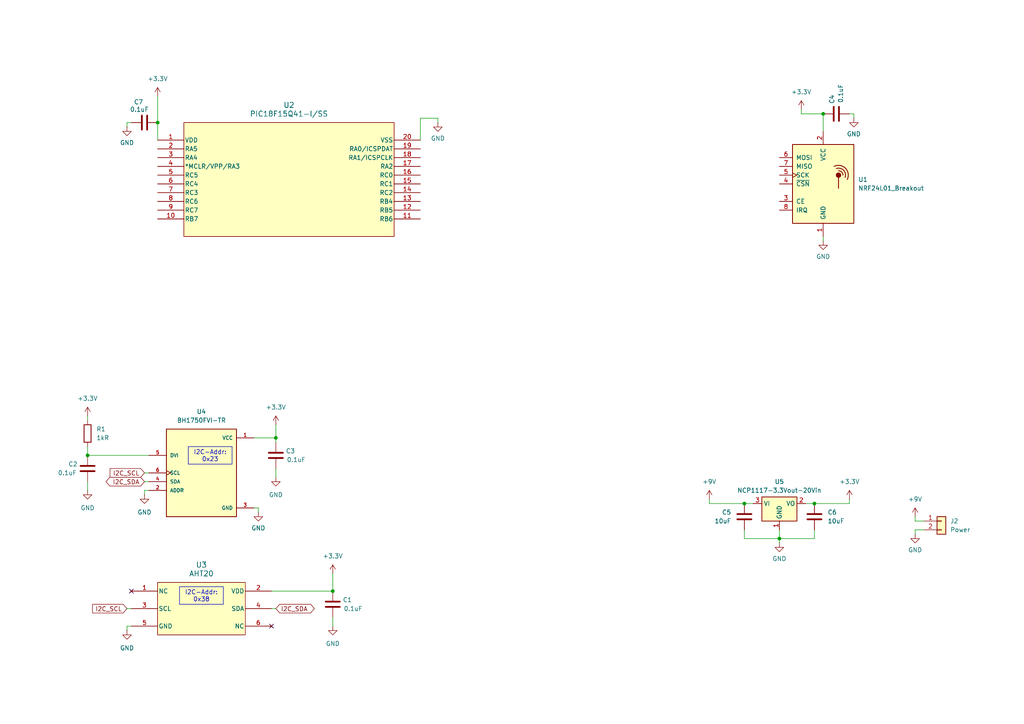
<source format=kicad_sch>
(kicad_sch (version 20231120) (generator "eeschema") (generator_version "8.0")
  (paper "A4")
  (lib_symbols
    (symbol "AHT20:AHT20" (pin_names (offset 0.254))
      (property "Reference" "U3" (at 20.32 10.16 0))
      (property "Value" "AHT20" (at 20.32 7.62 0))
      (symbol "AHT20_0_1"
        (polyline (pts (xy 7.62 -10.16) (xy 33.02 -10.16)) (stroke (width 0.127)))
        (polyline (pts (xy 7.62 5.08) (xy 7.62 -10.16)) (stroke (width 0.127)))
        (polyline (pts (xy 33.02 -10.16) (xy 33.02 5.08)) (stroke (width 0.127)))
        (polyline (pts (xy 33.02 5.08) (xy 7.62 5.08)) (stroke (width 0.127)))
        (pin no_connect line (at 0 2.54 0) (length 7.62) (name "NC") (number "1"))
        (pin power_in line (at 40.64 2.54 180) (length 7.62) (name "VDD") (number "2"))
        (pin input line (at 0 -2.54 0) (length 7.62) (name "SCL") (number "3"))
        (pin bidirectional line (at 40.64 -2.54 180) (length 7.62) (name "SDA") (number "4"))
        (pin power_out line (at 0 -7.62 0) (length 7.62) (name "GND") (number "5"))
        (pin no_connect line (at 40.64 -7.62 180) (length 7.62) (name "NC") (number "6"))
      )
      (symbol "AHT20_1_1"
        (rectangle (start 7.62 5.08) (end 33.02 -10.16) (fill (type background)))
      )
    )
    (symbol "BH1750:BH1750FVI-TR" (pin_names (offset 1.016))
      (property "Reference" "U" (at -10.1737 13.462 0))
      (property "Value" "BH1750FVI-TR" (at -9.922 -15.24 0))
      (symbol "BH1750FVI-TR_0_0"
        (rectangle (start -10.16 -12.7) (end 10.16 12.7) (stroke (width 0.254)) (fill (type background)))
        (pin power_in line (at 15.24 10.16 180) (length 5.08) (name "VCC") (number "1"))
        (pin input line (at -15.24 -5.08 0) (length 5.08) (name "ADDR") (number "2"))
        (pin power_in line (at 15.24 -10.16 180) (length 5.08) (name "GND") (number "3"))
        (pin bidirectional line (at -15.24 -2.54 0) (length 5.08) (name "SDA") (number "4"))
        (pin input line (at -15.24 5.08 0) (length 5.08) (name "DVI") (number "5"))
        (pin input clock (at -15.24 0 0) (length 5.08) (name "SCL") (number "6"))
      )
    )
    (symbol "Connector_Generic:Conn_01x02" (pin_names (offset 1.016) hide)
      (property "Reference" "J" (at 0 2.54 0))
      (property "Value" "Conn_01x02" (at 0 -5.08 0))
      (symbol "Conn_01x02_1_1"
        (rectangle (start -1.27 -2.413) (end 0 -2.667) (stroke (width 0.1524)))
        (rectangle (start -1.27 0.127) (end 0 -0.127) (stroke (width 0.1524)))
        (rectangle (start -1.27 1.27) (end 1.27 -3.81) (stroke (width 0.254)) (fill (type background)))
        (pin passive line (at -5.08 0 0) (length 3.81) (name "Pin_1") (number "1"))
        (pin passive line (at -5.08 -2.54 0) (length 3.81) (name "Pin_2") (number "2"))
      )
    )
    (symbol "Device:C" (pin_numbers hide) (pin_names (offset 0.254))
      (property "Reference" "C" (at 0.635 2.54 0))
      (property "Value" "C" (at 0.635 -2.54 0))
      (symbol "C_0_1"
        (polyline (pts (xy -2.032 -0.762) (xy 2.032 -0.762)) (stroke (width 0.508)))
        (polyline (pts (xy -2.032 0.762) (xy 2.032 0.762)) (stroke (width 0.508)))
      )
      (symbol "C_1_1"
        (pin passive line (at 0 3.81 270) (length 2.794) (name "~") (number "1"))
        (pin passive line (at 0 -3.81 90) (length 2.794) (name "~") (number "2"))
      )
    )
    (symbol "Device:R" (pin_numbers hide) (pin_names (offset 0))
      (property "Reference" "R" (at 2.032 0 90))
      (property "Value" "R" (at 0 0 90))
      (symbol "R_0_1"
        (rectangle (start -1.016 -2.54) (end 1.016 2.54) (stroke (width 0.254)))
      )
      (symbol "R_1_1"
        (pin passive line (at 0 3.81 270) (length 1.27) (name "~") (number "1"))
        (pin passive line (at 0 -3.81 90) (length 1.27) (name "~") (number "2"))
      )
    )
    (symbol "PIC18F15Q41-I-SS:PIC18F15Q41-I_SS" (pin_names (offset 0.254))
      (property "Reference" "U2" (at 38.1 10.16 0))
      (property "Value" "PIC18F15Q41-I/SS" (at 38.1 7.62 0))
      (symbol "PIC18F15Q41-I_SS_0_1"
        (polyline (pts (xy 7.62 -27.94) (xy 68.58 -27.94)) (stroke (width 0.127)))
        (polyline (pts (xy 7.62 5.08) (xy 7.62 -27.94)) (stroke (width 0.127)))
        (polyline (pts (xy 68.58 -27.94) (xy 68.58 5.08)) (stroke (width 0.127)))
        (polyline (pts (xy 68.58 5.08) (xy 7.62 5.08)) (stroke (width 0.127)))
        (pin power_in line (at 0 0 0) (length 7.62) (name "VDD") (number "1"))
        (pin bidirectional line (at 0 -22.86 0) (length 7.62) (name "RB7") (number "10"))
        (pin bidirectional line (at 76.2 -22.86 180) (length 7.62) (name "RB6") (number "11"))
        (pin bidirectional line (at 76.2 -20.32 180) (length 7.62) (name "RB5") (number "12"))
        (pin bidirectional line (at 76.2 -17.78 180) (length 7.62) (name "RB4") (number "13"))
        (pin bidirectional line (at 76.2 -15.24 180) (length 7.62) (name "RC2") (number "14"))
        (pin bidirectional line (at 76.2 -12.7 180) (length 7.62) (name "RC1") (number "15"))
        (pin bidirectional line (at 76.2 -10.16 180) (length 7.62) (name "RC0") (number "16"))
        (pin bidirectional line (at 76.2 -7.62 180) (length 7.62) (name "RA2") (number "17"))
        (pin bidirectional line (at 76.2 -5.08 180) (length 7.62) (name "RA1/ICSPCLK") (number "18"))
        (pin bidirectional line (at 76.2 -2.54 180) (length 7.62) (name "RA0/ICSPDAT") (number "19"))
        (pin bidirectional line (at 0 -2.54 0) (length 7.62) (name "RA5") (number "2"))
        (pin power_out line (at 76.2 0 180) (length 7.62) (name "VSS") (number "20"))
        (pin bidirectional line (at 0 -5.08 0) (length 7.62) (name "RA4") (number "3"))
        (pin bidirectional line (at 0 -7.62 0) (length 7.62) (name "*MCLR/VPP/RA3") (number "4"))
        (pin bidirectional line (at 0 -10.16 0) (length 7.62) (name "RC5") (number "5"))
        (pin bidirectional line (at 0 -12.7 0) (length 7.62) (name "RC4") (number "6"))
        (pin bidirectional line (at 0 -15.24 0) (length 7.62) (name "RC3") (number "7"))
        (pin bidirectional line (at 0 -17.78 0) (length 7.62) (name "RC6") (number "8"))
        (pin bidirectional line (at 0 -20.32 0) (length 7.62) (name "RC7") (number "9"))
      )
      (symbol "PIC18F15Q41-I_SS_1_1"
        (rectangle (start 7.62 5.08) (end 68.58 -27.94) (fill (type background)))
      )
    )
    (symbol "RF:NRF24L01_Breakout" (pin_names (offset 1.016))
      (property "Reference" "U" (at -8.89 12.7 0))
      (property "Value" "NRF24L01_Breakout" (at 3.81 12.7 0))
      (symbol "NRF24L01_Breakout_0_1"
        (rectangle (start -8.89 11.43) (end 8.89 -11.43) (stroke (width 0.254)) (fill (type background)))
        (polyline (pts (xy 4.445 1.905) (xy 4.445 -1.27)) (stroke (width 0.254)))
        (circle (center 4.445 2.54) (radius 0.635) (stroke (width 0.254)) (fill (type outline)))
        (arc (start 5.715 2.54) (mid 5.3521 3.4546) (end 4.445 3.81) (stroke (width 0.254)))
        (arc (start 6.35 1.905) (mid 5.8763 3.9854) (end 3.81 4.445) (stroke (width 0.254)))
        (arc (start 6.985 1.27) (mid 6.453 4.548) (end 3.175 5.08) (stroke (width 0.254)))
      )
      (symbol "NRF24L01_Breakout_1_1"
        (pin power_in line (at 0 -15.24 90) (length 3.81) (name "GND") (number "1"))
        (pin power_in line (at 0 15.24 270) (length 3.81) (name "VCC") (number "2"))
        (pin input line (at -12.7 -5.08 0) (length 3.81) (name "CE") (number "3"))
        (pin input line (at -12.7 0 0) (length 3.81) (name "~{CSN}") (number "4"))
        (pin input clock (at -12.7 2.54 0) (length 3.81) (name "SCK") (number "5"))
        (pin input line (at -12.7 7.62 0) (length 3.81) (name "MOSI") (number "6"))
        (pin output line (at -12.7 5.08 0) (length 3.81) (name "MISO") (number "7"))
        (pin output line (at -12.7 -7.62 0) (length 3.81) (name "IRQ") (number "8"))
      )
    )
    (symbol "Regulator_Linear:NCP1117-3.3_SOT223"
      (property "Reference" "U" (at -3.81 3.175 0))
      (property "Value" "NCP1117-3.3_SOT223" (at 0 3.175 0))
      (symbol "NCP1117-3.3_SOT223_0_1"
        (rectangle (start -5.08 -5.08) (end 5.08 1.905) (stroke (width 0.254)) (fill (type background)))
      )
      (symbol "NCP1117-3.3_SOT223_1_1"
        (pin power_in line (at 0 -7.62 90) (length 2.54) (name "GND") (number "1"))
        (pin power_out line (at 7.62 0 180) (length 2.54) (name "VO") (number "2"))
        (pin power_in line (at -7.62 0 0) (length 2.54) (name "VI") (number "3"))
      )
    )
    (symbol "power:+3.3V" (power) (pin_numbers hide) (pin_names (offset 0) hide)
      (property "Value" "+3.3V" (at 0 3.556 0))
      (symbol "+3.3V_0_1"
        (polyline (pts (xy -0.762 1.27) (xy 0 2.54)))
        (polyline (pts (xy 0 0) (xy 0 2.54)))
        (polyline (pts (xy 0 2.54) (xy 0.762 1.27)))
      )
      (symbol "+3.3V_1_1"
        (pin power_in line (at 0 0 90) (length 0) (name "~") (number "1"))
      )
    )
    (symbol "power:GND" (power) (pin_numbers hide) (pin_names (offset 0) hide)
      (property "Value" "GND" (at 0 -3.81 0))
      (symbol "GND_0_1"
        (polyline (pts (xy 0 0) (xy 0 -1.27) (xy 1.27 -1.27) (xy 0 -2.54) (xy -1.27 -1.27) (xy 0 -1.27)))
      )
      (symbol "GND_1_1"
        (pin power_in line (at 0 0 270) (length 0) (name "~") (number "1"))
      )
    )
  )
  (junction (at 45.72 35.56))
  (junction (at 96.52 171.45))
  (junction (at 215.9 146.05))
  (junction (at 80.01 127))
  (junction (at 236.22 146.05))
  (junction (at 238.76 33.02))
  (junction (at 226.06 156.21))
  (junction (at 25.4 132.08))
  (no_connect (at 38.1 171.45))
  (no_connect (at 78.74 181.61))
  (wire (pts (xy 127 34.29) (xy 127 35.56)))
  (wire (pts (xy 96.52 171.45) (xy 78.74 171.45)))
  (wire (pts (xy 247.65 34.29) (xy 247.65 33.02)))
  (wire (pts (xy 80.01 127) (xy 80.01 128.27)))
  (wire (pts (xy 41.91 142.24) (xy 43.18 142.24)))
  (wire (pts (xy 36.83 35.56) (xy 38.1 35.56)))
  (wire (pts (xy 236.22 156.21) (xy 236.22 153.67)))
  (wire (pts (xy 215.9 156.21) (xy 226.06 156.21)))
  (wire (pts (xy 265.43 149.86) (xy 265.43 151.13)))
  (wire (pts (xy 226.06 156.21) (xy 226.06 157.48)))
  (wire (pts (xy 215.9 146.05) (xy 218.44 146.05)))
  (wire (pts (xy 25.4 120.65) (xy 25.4 121.92)))
  (wire (pts (xy 121.92 40.64) (xy 121.92 34.29)))
  (wire (pts (xy 233.68 146.05) (xy 236.22 146.05)))
  (wire (pts (xy 80.01 123.19) (xy 80.01 127)))
  (wire (pts (xy 25.4 139.7) (xy 25.4 142.24)))
  (wire (pts (xy 247.65 33.02) (xy 246.38 33.02)))
  (wire (pts (xy 36.83 36.83) (xy 36.83 35.56)))
  (wire (pts (xy 96.52 179.07) (xy 96.52 181.61)))
  (wire (pts (xy 205.74 146.05) (xy 215.9 146.05)))
  (wire (pts (xy 80.01 135.89) (xy 80.01 138.43)))
  (wire (pts (xy 215.9 153.67) (xy 215.9 156.21)))
  (wire (pts (xy 36.83 176.53) (xy 38.1 176.53)))
  (wire (pts (xy 226.06 153.67) (xy 226.06 156.21)))
  (wire (pts (xy 232.41 31.75) (xy 232.41 33.02)))
  (wire (pts (xy 265.43 151.13) (xy 267.97 151.13)))
  (wire (pts (xy 45.72 27.94) (xy 45.72 35.56)))
  (wire (pts (xy 45.72 35.56) (xy 45.72 40.64)))
  (wire (pts (xy 78.74 176.53) (xy 80.01 176.53)))
  (wire (pts (xy 238.76 68.58) (xy 238.76 69.85)))
  (wire (pts (xy 96.52 166.37) (xy 96.52 171.45)))
  (wire (pts (xy 25.4 129.54) (xy 25.4 132.08)))
  (wire (pts (xy 238.76 33.02) (xy 232.41 33.02)))
  (wire (pts (xy 41.91 139.7) (xy 43.18 139.7)))
  (wire (pts (xy 36.83 181.61) (xy 38.1 181.61)))
  (wire (pts (xy 121.92 34.29) (xy 127 34.29)))
  (wire (pts (xy 25.4 132.08) (xy 43.18 132.08)))
  (wire (pts (xy 74.93 147.32) (xy 74.93 148.59)))
  (wire (pts (xy 238.76 38.1) (xy 238.76 33.02)))
  (wire (pts (xy 265.43 153.67) (xy 267.97 153.67)))
  (wire (pts (xy 73.66 147.32) (xy 74.93 147.32)))
  (wire (pts (xy 73.66 127) (xy 80.01 127)))
  (wire (pts (xy 226.06 156.21) (xy 236.22 156.21)))
  (wire (pts (xy 36.83 182.88) (xy 36.83 181.61)))
  (wire (pts (xy 41.91 143.51) (xy 41.91 142.24)))
  (wire (pts (xy 205.74 144.78) (xy 205.74 146.05)))
  (wire (pts (xy 41.91 137.16) (xy 43.18 137.16)))
  (wire (pts (xy 246.38 146.05) (xy 236.22 146.05)))
  (wire (pts (xy 265.43 154.94) (xy 265.43 153.67)))
  (wire (pts (xy 246.38 144.78) (xy 246.38 146.05)))
  (text_box "I2C-Addr: 0x38" (at 52.07 170.18 0) (size 12.7 5.08) (effects (font (size 1.27 1.27))))
  (text_box "I2C-Addr: 0x23" (at 54.61 129.54 0) (size 12.7 5.08) (effects (font (size 1.27 1.27))))
  (global_label "I2C_SDA" (shape bidirectional) (at 80.01 176.53 0) (property "Intersheetrefs" "${INTERSHEET_REFS}" (effects (hide yes))))
  (global_label "I2C_SCL" (shape input) (at 36.83 176.53 180) (property "Intersheetrefs" "${INTERSHEET_REFS}" (effects (hide yes))))
  (global_label "I2C_SDA" (shape bidirectional) (at 41.91 139.7 180) (property "Intersheetrefs" "${INTERSHEET_REFS}" (effects (hide yes))))
  (global_label "I2C_SCL" (shape input) (at 41.91 137.16 180) (property "Intersheetrefs" "${INTERSHEET_REFS}" (effects (hide yes))))
  (symbol (lib_id "power:GND") (at 238.76 69.85 0) (unit 1)
    (property "Reference" "#PWR012" (effects (hide yes)))
    (property "Value" "GND" (at 238.76 74.422 0))
    (property "Description" "Power symbol creates a global label with name \"GND\" , ground" (effects (hide yes)))
  )
  (symbol (lib_id "power:GND") (at 41.91 143.51 0) (unit 1)
    (property "Reference" "#PWR09" (effects (hide yes)))
    (property "Value" "GND" (at 41.91 148.59 0))
    (property "Description" "Power symbol creates a global label with name \"GND\" , ground" (effects (hide yes)))
  )
  (symbol (lib_id "power:GND") (at 247.65 34.29 0) (unit 1)
    (property "Reference" "#PWR011" (effects (hide yes)))
    (property "Value" "GND" (at 247.65 38.862 0))
    (property "Description" "Power symbol creates a global label with name \"GND\" , ground" (effects (hide yes)))
  )
  (symbol (lib_id "power:+3.3V") (at 25.4 120.65 0) (unit 1)
    (property "Reference" "#PWR04" (effects (hide yes)))
    (property "Value" "+3.3V" (at 25.4 115.57 0))
    (property "Description" "Power symbol creates a global label with name \"+3.3V\"" (effects (hide yes)))
  )
  (symbol (lib_id "AHT20:AHT20") (at 38.1 173.99 0) (unit 1)
    (property "Reference" "U3" (at 58.42 163.83 0) (effects (font (size 1.524 1.524))))
    (property "Value" "AHT20" (at 58.42 166.37 0) (effects (font (size 1.524 1.524))))
    (property "Footprint" "AHT20:AHT20_GAE" (effects (hide yes)))
    (property "Datasheet" "https://files.seeedstudio.com/wiki/Grove-AHT20_I2C_Industrial_Grade_Temperature_and_Humidity_Sensor/AHT20-datasheet-2020-4-16.pdf" (effects (hide yes)))
    (property "Description" "Temp and Humidity Sensor" (effects (hide yes)))
  )
  (symbol (lib_id "Device:C") (at 80.01 132.08 0) (mirror x) (unit 1)
    (property "Reference" "C3" (at 85.598 130.81 0) (effects (justify right)))
    (property "Value" "0.1uF" (at 88.646 133.35 0) (effects (justify right)))
    (property "Description" "Unpolarized capacitor" (effects (hide yes)))
  )
  (symbol (lib_id "power:GND") (at 36.83 182.88 0) (unit 1)
    (property "Reference" "#PWR02" (effects (hide yes)))
    (property "Value" "GND" (at 36.83 187.96 0))
    (property "Description" "Power symbol creates a global label with name \"GND\" , ground" (effects (hide yes)))
  )
  (symbol (lib_id "Device:C") (at 41.91 35.56 270) (mirror x) (unit 1)
    (property "Reference" "C7" (at 41.529 29.591 90) (effects (justify right)))
    (property "Value" "0.1uF" (at 43.18 31.75 90) (effects (justify right)))
    (property "Description" "Unpolarized capacitor" (effects (hide yes)))
  )
  (symbol (lib_id "Device:C") (at 215.9 149.86 0) (mirror y) (unit 1)
    (property "Reference" "C5" (at 212.09 148.5899 0) (effects (justify left)))
    (property "Value" "10uF" (at 212.09 151.1299 0) (effects (justify left)))
    (property "Description" "Unpolarized capacitor" (effects (hide yes)))
  )
  (symbol (lib_id "PIC18F15Q41-I-SS:PIC18F15Q41-I_SS") (at 45.72 40.64 0) (unit 1)
    (property "Reference" "U2" (at 83.82 30.48 0) (effects (font (size 1.524 1.524))))
    (property "Value" "PIC18F15Q41-I/SS" (at 83.82 33.02 0) (effects (font (size 1.524 1.524))))
    (property "Footprint" "PIC18F15Q41-I-SS:SSOP20_SS_MCH" (effects (hide yes)))
    (property "Datasheet" "PIC18F15Q41-I/SS" (effects (hide yes)))
  )
  (symbol (lib_id "power:+3.3V") (at 265.43 149.86 0) (mirror y) (unit 1)
    (property "Reference" "#PWR013" (effects (hide yes)))
    (property "Value" "+9V" (at 265.43 144.78 0))
    (property "Description" "Power symbol creates a global label with name \"+3.3V\"" (effects (hide yes)))
  )
  (symbol (lib_id "power:GND") (at 265.43 154.94 0) (unit 1)
    (property "Reference" "#PWR014" (effects (hide yes)))
    (property "Value" "GND" (at 265.43 159.512 0))
    (property "Description" "Power symbol creates a global label with name \"GND\" , ground" (effects (hide yes)))
  )
  (symbol (lib_id "power:GND") (at 25.4 142.24 0) (unit 1)
    (property "Reference" "#PWR05" (effects (hide yes)))
    (property "Value" "GND" (at 25.4 147.32 0))
    (property "Description" "Power symbol creates a global label with name \"GND\" , ground" (effects (hide yes)))
  )
  (symbol (lib_id "RF:NRF24L01_Breakout") (at 238.76 53.34 0) (unit 1)
    (property "Reference" "U1" (at 248.92 52.0699 0) (effects (justify left)))
    (property "Value" "NRF24L01_Breakout" (at 248.92 54.6099 0) (effects (justify left)))
    (property "Footprint" "RF_Module:nRF24L01_Breakout" (effects (hide yes)))
    (property "Datasheet" "http://www.nordicsemi.com/eng/content/download/2730/34105/file/nRF24L01_Product_Specification_v2_0.pdf" (effects (hide yes)))
    (property "Description" "Ultra low power 2.4GHz RF Transceiver, Carrier PCB" (effects (hide yes)))
  )
  (symbol (lib_id "power:+3.3V") (at 80.01 123.19 0) (mirror y) (unit 1)
    (property "Reference" "#PWR07" (effects (hide yes)))
    (property "Value" "+3.3V" (at 80.01 118.11 0))
    (property "Description" "Power symbol creates a global label with name \"+3.3V\"" (effects (hide yes)))
  )
  (symbol (lib_id "power:+3.3V") (at 246.38 144.78 0) (mirror y) (unit 1)
    (property "Reference" "#PWR017" (effects (hide yes)))
    (property "Value" "+3.3V" (at 246.38 139.7 0))
    (property "Description" "Power symbol creates a global label with name \"+3.3V\"" (effects (hide yes)))
  )
  (symbol (lib_id "power:+3.3V") (at 96.52 166.37 0) (mirror y) (unit 1)
    (property "Reference" "#PWR01" (effects (hide yes)))
    (property "Value" "+3.3V" (at 96.52 161.29 0))
    (property "Description" "Power symbol creates a global label with name \"+3.3V\"" (effects (hide yes)))
  )
  (symbol (lib_id "power:+3.3V") (at 205.74 144.78 0) (mirror y) (unit 1)
    (property "Reference" "#PWR016" (effects (hide yes)))
    (property "Value" "+9V" (at 205.74 139.7 0))
    (property "Description" "Power symbol creates a global label with name \"+3.3V\"" (effects (hide yes)))
  )
  (symbol (lib_id "power:GND") (at 226.06 157.48 0) (unit 1)
    (property "Reference" "#PWR015" (effects (hide yes)))
    (property "Value" "GND" (at 226.06 162.052 0))
    (property "Description" "Power symbol creates a global label with name \"GND\" , ground" (effects (hide yes)))
  )
  (symbol (lib_id "power:+3.3V") (at 45.72 27.94 0) (mirror y) (unit 1)
    (property "Reference" "#PWR018" (effects (hide yes)))
    (property "Value" "+3.3V" (at 45.72 22.86 0))
    (property "Description" "Power symbol creates a global label with name \"+3.3V\"" (effects (hide yes)))
  )
  (symbol (lib_id "BH1750:BH1750FVI-TR") (at 58.42 137.16 0) (unit 1)
    (property "Reference" "U4" (at 58.42 119.38 0))
    (property "Value" "BH1750FVI-TR" (at 58.42 121.92 0))
    (property "Footprint" "BH1750:XDCR_BH1750FVI-TR" (effects (hide yes)))
    (property "Description" "LightSensor" (effects (hide yes)))
    (property "PARTREV" "D" (effects (hide yes)))
    (property "STANDARD" "Manufacturer recommendations" (effects (hide yes)))
    (property "MAXIMUM_PACKAGE_HEIGHT" "0.75mm" (effects (hide yes)))
    (property "MANUFACTURER" "Rohm" (effects (hide yes)))
  )
  (symbol (lib_id "power:GND") (at 96.52 181.61 0) (mirror y) (unit 1)
    (property "Reference" "#PWR03" (effects (hide yes)))
    (property "Value" "GND" (at 96.52 186.69 0))
    (property "Description" "Power symbol creates a global label with name \"GND\" , ground" (effects (hide yes)))
  )
  (symbol (lib_id "Device:C") (at 25.4 135.89 180) (unit 1)
    (property "Reference" "C2" (at 19.812 134.62 0) (effects (justify right)))
    (property "Value" "0.1uF" (at 16.764 137.16 0) (effects (justify right)))
    (property "Description" "Unpolarized capacitor" (effects (hide yes)))
  )
  (symbol (lib_id "power:+3.3V") (at 232.41 31.75 0) (mirror y) (unit 1)
    (property "Reference" "#PWR010" (effects (hide yes)))
    (property "Value" "+3.3V" (at 232.41 26.67 0))
    (property "Description" "Power symbol creates a global label with name \"+3.3V\"" (effects (hide yes)))
  )
  (symbol (lib_id "Device:C") (at 242.57 33.02 270) (mirror x) (unit 1)
    (property "Reference" "C4" (at 241.3 27.432 0) (effects (justify right)))
    (property "Value" "0.1uF" (at 243.84 24.384 0) (effects (justify right)))
    (property "Description" "Unpolarized capacitor" (effects (hide yes)))
  )
  (symbol (lib_id "power:GND") (at 74.93 148.59 0) (unit 1)
    (property "Reference" "#PWR06" (effects (hide yes)))
    (property "Value" "GND" (at 74.93 153.162 0))
    (property "Description" "Power symbol creates a global label with name \"GND\" , ground" (effects (hide yes)))
  )
  (symbol (lib_id "Regulator_Linear:NCP1117-3.3_SOT223") (at 226.06 146.05 0) (unit 1)
    (property "Reference" "U5" (at 226.06 139.7 0))
    (property "Value" "NCP1117-3.3Vout-20Vin" (at 226.06 142.24 0))
    (property "Footprint" "Package_TO_SOT_SMD:SOT-223-3_TabPin2" (effects (hide yes)))
    (property "Datasheet" "http://www.onsemi.com/pub_link/Collateral/NCP1117-D.PDF" (effects (hide yes)))
    (property "Description" "1A Low drop-out regulator, Fixed Output 3.3V, Max 20V Input, SOT-223" (effects (hide yes)))
  )
  (symbol (lib_id "power:GND") (at 127 35.56 0) (unit 1)
    (property "Reference" "#PWR020" (effects (hide yes)))
    (property "Value" "GND" (at 127 40.132 0))
    (property "Description" "Power symbol creates a global label with name \"GND\" , ground" (effects (hide yes)))
  )
  (symbol (lib_id "Connector_Generic:Conn_01x02") (at 273.05 151.13 0) (unit 1)
    (property "Reference" "J2" (at 275.59 151.1299 0) (effects (justify left)))
    (property "Value" "Power" (at 275.59 153.6699 0) (effects (justify left)))
    (property "Footprint" "Connector_PinHeader_2.00mm:PinHeader_1x02_P2.00mm_Vertical" (effects (hide yes)))
    (property "Description" "Generic connector, single row, 01x02, script generated (kicad-library-utils/schlib/autogen/connector/)" (effects (hide yes)))
  )
  (symbol (lib_id "Device:C") (at 236.22 149.86 0) (unit 1)
    (property "Reference" "C6" (at 240.03 148.5899 0) (effects (justify left)))
    (property "Value" "10uF" (at 240.03 151.1299 0) (effects (justify left)))
    (property "Description" "Unpolarized capacitor" (effects (hide yes)))
  )
  (symbol (lib_id "power:GND") (at 36.83 36.83 0) (unit 1)
    (property "Reference" "#PWR019" (effects (hide yes)))
    (property "Value" "GND" (at 36.83 41.402 0))
    (property "Description" "Power symbol creates a global label with name \"GND\" , ground" (effects (hide yes)))
  )
  (symbol (lib_id "power:GND") (at 80.01 138.43 0) (mirror y) (unit 1)
    (property "Reference" "#PWR08" (effects (hide yes)))
    (property "Value" "GND" (at 80.01 143.51 0))
    (property "Description" "Power symbol creates a global label with name \"GND\" , ground" (effects (hide yes)))
  )
  (symbol (lib_id "Device:C") (at 96.52 175.26 0) (mirror x) (unit 1)
    (property "Reference" "C1" (at 102.108 173.99 0) (effects (justify right)))
    (property "Value" "0.1uF" (at 105.156 176.53 0) (effects (justify right)))
    (property "Description" "Unpolarized capacitor" (effects (hide yes)))
  )
  (symbol (lib_id "Device:R") (at 25.4 125.73 0) (unit 1)
    (property "Reference" "R1" (at 27.94 124.4599 0) (effects (justify left)))
    (property "Value" "1kR" (at 27.94 126.9999 0) (effects (justify left)))
    (property "Description" "Resistor" (effects (hide yes)))
  )
)
</source>
